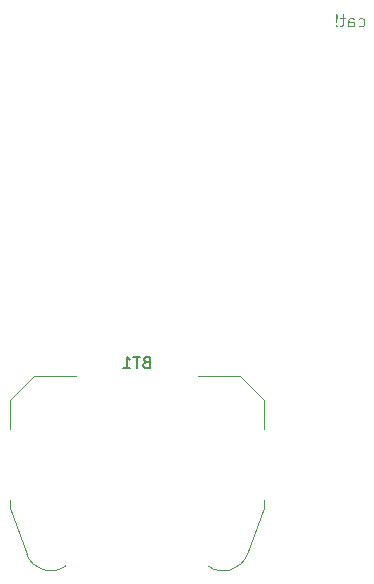
<source format=gbr>
%TF.GenerationSoftware,KiCad,Pcbnew,9.0.2*%
%TF.CreationDate,2025-06-03T16:13:35-04:00*%
%TF.ProjectId,athena workshop,61746865-6e61-4207-976f-726b73686f70,rev?*%
%TF.SameCoordinates,Original*%
%TF.FileFunction,Legend,Bot*%
%TF.FilePolarity,Positive*%
%FSLAX46Y46*%
G04 Gerber Fmt 4.6, Leading zero omitted, Abs format (unit mm)*
G04 Created by KiCad (PCBNEW 9.0.2) date 2025-06-03 16:13:35*
%MOMM*%
%LPD*%
G01*
G04 APERTURE LIST*
%ADD10C,0.100000*%
%ADD11C,0.150000*%
%ADD12C,0.120000*%
G04 APERTURE END LIST*
D10*
X131267544Y-69824800D02*
X131362782Y-69872419D01*
X131362782Y-69872419D02*
X131553258Y-69872419D01*
X131553258Y-69872419D02*
X131648496Y-69824800D01*
X131648496Y-69824800D02*
X131696115Y-69777180D01*
X131696115Y-69777180D02*
X131743734Y-69681942D01*
X131743734Y-69681942D02*
X131743734Y-69396228D01*
X131743734Y-69396228D02*
X131696115Y-69300990D01*
X131696115Y-69300990D02*
X131648496Y-69253371D01*
X131648496Y-69253371D02*
X131553258Y-69205752D01*
X131553258Y-69205752D02*
X131362782Y-69205752D01*
X131362782Y-69205752D02*
X131267544Y-69253371D01*
X130410401Y-69872419D02*
X130410401Y-69348609D01*
X130410401Y-69348609D02*
X130458020Y-69253371D01*
X130458020Y-69253371D02*
X130553258Y-69205752D01*
X130553258Y-69205752D02*
X130743734Y-69205752D01*
X130743734Y-69205752D02*
X130838972Y-69253371D01*
X130410401Y-69824800D02*
X130505639Y-69872419D01*
X130505639Y-69872419D02*
X130743734Y-69872419D01*
X130743734Y-69872419D02*
X130838972Y-69824800D01*
X130838972Y-69824800D02*
X130886591Y-69729561D01*
X130886591Y-69729561D02*
X130886591Y-69634323D01*
X130886591Y-69634323D02*
X130838972Y-69539085D01*
X130838972Y-69539085D02*
X130743734Y-69491466D01*
X130743734Y-69491466D02*
X130505639Y-69491466D01*
X130505639Y-69491466D02*
X130410401Y-69443847D01*
X130077067Y-69205752D02*
X129696115Y-69205752D01*
X129934210Y-68872419D02*
X129934210Y-69729561D01*
X129934210Y-69729561D02*
X129886591Y-69824800D01*
X129886591Y-69824800D02*
X129791353Y-69872419D01*
X129791353Y-69872419D02*
X129696115Y-69872419D01*
X129362781Y-69777180D02*
X129315162Y-69824800D01*
X129315162Y-69824800D02*
X129362781Y-69872419D01*
X129362781Y-69872419D02*
X129410400Y-69824800D01*
X129410400Y-69824800D02*
X129362781Y-69777180D01*
X129362781Y-69777180D02*
X129362781Y-69872419D01*
X129362781Y-69491466D02*
X129410400Y-68920038D01*
X129410400Y-68920038D02*
X129362781Y-68872419D01*
X129362781Y-68872419D02*
X129315162Y-68920038D01*
X129315162Y-68920038D02*
X129362781Y-69491466D01*
X129362781Y-69491466D02*
X129362781Y-68872419D01*
D11*
X113285714Y-98331009D02*
X113142857Y-98378628D01*
X113142857Y-98378628D02*
X113095238Y-98426247D01*
X113095238Y-98426247D02*
X113047619Y-98521485D01*
X113047619Y-98521485D02*
X113047619Y-98664342D01*
X113047619Y-98664342D02*
X113095238Y-98759580D01*
X113095238Y-98759580D02*
X113142857Y-98807200D01*
X113142857Y-98807200D02*
X113238095Y-98854819D01*
X113238095Y-98854819D02*
X113619047Y-98854819D01*
X113619047Y-98854819D02*
X113619047Y-97854819D01*
X113619047Y-97854819D02*
X113285714Y-97854819D01*
X113285714Y-97854819D02*
X113190476Y-97902438D01*
X113190476Y-97902438D02*
X113142857Y-97950057D01*
X113142857Y-97950057D02*
X113095238Y-98045295D01*
X113095238Y-98045295D02*
X113095238Y-98140533D01*
X113095238Y-98140533D02*
X113142857Y-98235771D01*
X113142857Y-98235771D02*
X113190476Y-98283390D01*
X113190476Y-98283390D02*
X113285714Y-98331009D01*
X113285714Y-98331009D02*
X113619047Y-98331009D01*
X112761904Y-97854819D02*
X112190476Y-97854819D01*
X112476190Y-98854819D02*
X112476190Y-97854819D01*
X111333333Y-98854819D02*
X111904761Y-98854819D01*
X111619047Y-98854819D02*
X111619047Y-97854819D01*
X111619047Y-97854819D02*
X111714285Y-97997676D01*
X111714285Y-97997676D02*
X111809523Y-98092914D01*
X111809523Y-98092914D02*
X111904761Y-98140533D01*
D12*
%TO.C,BT1*%
X101720000Y-101540000D02*
X101720000Y-104000000D01*
X101720000Y-110000000D02*
X101720000Y-110630000D01*
X101720000Y-110630000D02*
X103160000Y-114580000D01*
X103800000Y-99460000D02*
X101720000Y-101540000D01*
X103800000Y-99460000D02*
X107300000Y-99460000D01*
X117700000Y-99460000D02*
X121200000Y-99460000D01*
X121200000Y-99460000D02*
X123280000Y-101540000D01*
X123280000Y-101540000D02*
X123280000Y-104000000D01*
X123280000Y-110000000D02*
X123280000Y-110630000D01*
X123280000Y-110630000D02*
X121840000Y-114580000D01*
X106500000Y-115550000D02*
G75*
G02*
X103174757Y-114588169I-1310000J1700000D01*
G01*
X121840000Y-114580000D02*
G75*
G02*
X118503354Y-115566530I-2030000J730001D01*
G01*
%TD*%
M02*

</source>
